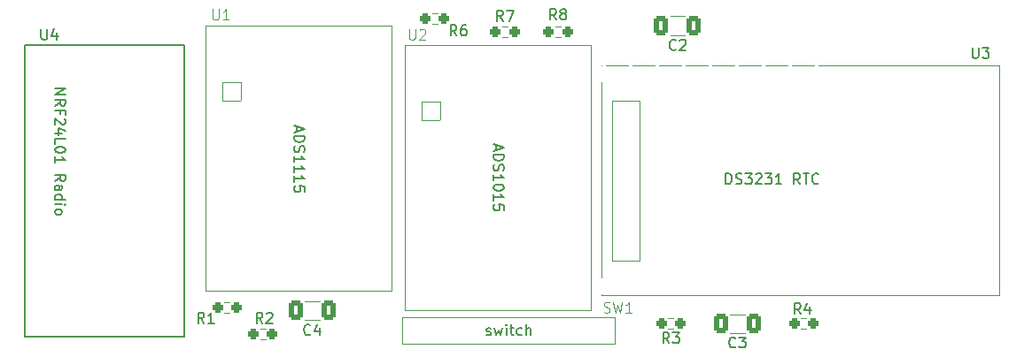
<source format=gto>
G04 #@! TF.GenerationSoftware,KiCad,Pcbnew,7.0.8*
G04 #@! TF.CreationDate,2024-01-13T09:37:12-08:00*
G04 #@! TF.ProjectId,ph-sensor,70682d73-656e-4736-9f72-2e6b69636164,rev?*
G04 #@! TF.SameCoordinates,Original*
G04 #@! TF.FileFunction,Legend,Top*
G04 #@! TF.FilePolarity,Positive*
%FSLAX46Y46*%
G04 Gerber Fmt 4.6, Leading zero omitted, Abs format (unit mm)*
G04 Created by KiCad (PCBNEW 7.0.8) date 2024-01-13 09:37:12*
%MOMM*%
%LPD*%
G01*
G04 APERTURE LIST*
G04 Aperture macros list*
%AMRoundRect*
0 Rectangle with rounded corners*
0 $1 Rounding radius*
0 $2 $3 $4 $5 $6 $7 $8 $9 X,Y pos of 4 corners*
0 Add a 4 corners polygon primitive as box body*
4,1,4,$2,$3,$4,$5,$6,$7,$8,$9,$2,$3,0*
0 Add four circle primitives for the rounded corners*
1,1,$1+$1,$2,$3*
1,1,$1+$1,$4,$5*
1,1,$1+$1,$6,$7*
1,1,$1+$1,$8,$9*
0 Add four rect primitives between the rounded corners*
20,1,$1+$1,$2,$3,$4,$5,0*
20,1,$1+$1,$4,$5,$6,$7,0*
20,1,$1+$1,$6,$7,$8,$9,0*
20,1,$1+$1,$8,$9,$2,$3,0*%
G04 Aperture macros list end*
%ADD10C,0.150000*%
%ADD11C,0.100000*%
%ADD12C,0.120000*%
%ADD13RoundRect,0.250000X-0.412500X-0.650000X0.412500X-0.650000X0.412500X0.650000X-0.412500X0.650000X0*%
%ADD14C,1.778000*%
%ADD15C,3.404000*%
%ADD16RoundRect,0.237500X0.250000X0.237500X-0.250000X0.237500X-0.250000X-0.237500X0.250000X-0.237500X0*%
%ADD17RoundRect,0.050800X-0.889000X-0.889000X0.889000X-0.889000X0.889000X0.889000X-0.889000X0.889000X0*%
%ADD18C,1.879600*%
%ADD19RoundRect,0.237500X-0.250000X-0.237500X0.250000X-0.237500X0.250000X0.237500X-0.250000X0.237500X0*%
%ADD20C,1.700000*%
%ADD21O,1.700000X1.700000*%
%ADD22R,1.700000X1.700000*%
%ADD23RoundRect,0.250000X0.412500X0.650000X-0.412500X0.650000X-0.412500X-0.650000X0.412500X-0.650000X0*%
%ADD24R,1.524000X1.524000*%
%ADD25C,1.734000*%
G04 APERTURE END LIST*
D10*
X147150895Y-79430952D02*
X147150895Y-79907142D01*
X146865180Y-79335714D02*
X147865180Y-79669047D01*
X147865180Y-79669047D02*
X146865180Y-80002380D01*
X146865180Y-80335714D02*
X147865180Y-80335714D01*
X147865180Y-80335714D02*
X147865180Y-80573809D01*
X147865180Y-80573809D02*
X147817561Y-80716666D01*
X147817561Y-80716666D02*
X147722323Y-80811904D01*
X147722323Y-80811904D02*
X147627085Y-80859523D01*
X147627085Y-80859523D02*
X147436609Y-80907142D01*
X147436609Y-80907142D02*
X147293752Y-80907142D01*
X147293752Y-80907142D02*
X147103276Y-80859523D01*
X147103276Y-80859523D02*
X147008038Y-80811904D01*
X147008038Y-80811904D02*
X146912800Y-80716666D01*
X146912800Y-80716666D02*
X146865180Y-80573809D01*
X146865180Y-80573809D02*
X146865180Y-80335714D01*
X146912800Y-81288095D02*
X146865180Y-81430952D01*
X146865180Y-81430952D02*
X146865180Y-81669047D01*
X146865180Y-81669047D02*
X146912800Y-81764285D01*
X146912800Y-81764285D02*
X146960419Y-81811904D01*
X146960419Y-81811904D02*
X147055657Y-81859523D01*
X147055657Y-81859523D02*
X147150895Y-81859523D01*
X147150895Y-81859523D02*
X147246133Y-81811904D01*
X147246133Y-81811904D02*
X147293752Y-81764285D01*
X147293752Y-81764285D02*
X147341371Y-81669047D01*
X147341371Y-81669047D02*
X147388990Y-81478571D01*
X147388990Y-81478571D02*
X147436609Y-81383333D01*
X147436609Y-81383333D02*
X147484228Y-81335714D01*
X147484228Y-81335714D02*
X147579466Y-81288095D01*
X147579466Y-81288095D02*
X147674704Y-81288095D01*
X147674704Y-81288095D02*
X147769942Y-81335714D01*
X147769942Y-81335714D02*
X147817561Y-81383333D01*
X147817561Y-81383333D02*
X147865180Y-81478571D01*
X147865180Y-81478571D02*
X147865180Y-81716666D01*
X147865180Y-81716666D02*
X147817561Y-81859523D01*
X146865180Y-82811904D02*
X146865180Y-82240476D01*
X146865180Y-82526190D02*
X147865180Y-82526190D01*
X147865180Y-82526190D02*
X147722323Y-82430952D01*
X147722323Y-82430952D02*
X147627085Y-82335714D01*
X147627085Y-82335714D02*
X147579466Y-82240476D01*
X147865180Y-83430952D02*
X147865180Y-83526190D01*
X147865180Y-83526190D02*
X147817561Y-83621428D01*
X147817561Y-83621428D02*
X147769942Y-83669047D01*
X147769942Y-83669047D02*
X147674704Y-83716666D01*
X147674704Y-83716666D02*
X147484228Y-83764285D01*
X147484228Y-83764285D02*
X147246133Y-83764285D01*
X147246133Y-83764285D02*
X147055657Y-83716666D01*
X147055657Y-83716666D02*
X146960419Y-83669047D01*
X146960419Y-83669047D02*
X146912800Y-83621428D01*
X146912800Y-83621428D02*
X146865180Y-83526190D01*
X146865180Y-83526190D02*
X146865180Y-83430952D01*
X146865180Y-83430952D02*
X146912800Y-83335714D01*
X146912800Y-83335714D02*
X146960419Y-83288095D01*
X146960419Y-83288095D02*
X147055657Y-83240476D01*
X147055657Y-83240476D02*
X147246133Y-83192857D01*
X147246133Y-83192857D02*
X147484228Y-83192857D01*
X147484228Y-83192857D02*
X147674704Y-83240476D01*
X147674704Y-83240476D02*
X147769942Y-83288095D01*
X147769942Y-83288095D02*
X147817561Y-83335714D01*
X147817561Y-83335714D02*
X147865180Y-83430952D01*
X146865180Y-84716666D02*
X146865180Y-84145238D01*
X146865180Y-84430952D02*
X147865180Y-84430952D01*
X147865180Y-84430952D02*
X147722323Y-84335714D01*
X147722323Y-84335714D02*
X147627085Y-84240476D01*
X147627085Y-84240476D02*
X147579466Y-84145238D01*
X147865180Y-85621428D02*
X147865180Y-85145238D01*
X147865180Y-85145238D02*
X147388990Y-85097619D01*
X147388990Y-85097619D02*
X147436609Y-85145238D01*
X147436609Y-85145238D02*
X147484228Y-85240476D01*
X147484228Y-85240476D02*
X147484228Y-85478571D01*
X147484228Y-85478571D02*
X147436609Y-85573809D01*
X147436609Y-85573809D02*
X147388990Y-85621428D01*
X147388990Y-85621428D02*
X147293752Y-85669047D01*
X147293752Y-85669047D02*
X147055657Y-85669047D01*
X147055657Y-85669047D02*
X146960419Y-85621428D01*
X146960419Y-85621428D02*
X146912800Y-85573809D01*
X146912800Y-85573809D02*
X146865180Y-85478571D01*
X146865180Y-85478571D02*
X146865180Y-85240476D01*
X146865180Y-85240476D02*
X146912800Y-85145238D01*
X146912800Y-85145238D02*
X146960419Y-85097619D01*
X169077238Y-83131819D02*
X169077238Y-82131819D01*
X169077238Y-82131819D02*
X169315333Y-82131819D01*
X169315333Y-82131819D02*
X169458190Y-82179438D01*
X169458190Y-82179438D02*
X169553428Y-82274676D01*
X169553428Y-82274676D02*
X169601047Y-82369914D01*
X169601047Y-82369914D02*
X169648666Y-82560390D01*
X169648666Y-82560390D02*
X169648666Y-82703247D01*
X169648666Y-82703247D02*
X169601047Y-82893723D01*
X169601047Y-82893723D02*
X169553428Y-82988961D01*
X169553428Y-82988961D02*
X169458190Y-83084200D01*
X169458190Y-83084200D02*
X169315333Y-83131819D01*
X169315333Y-83131819D02*
X169077238Y-83131819D01*
X170029619Y-83084200D02*
X170172476Y-83131819D01*
X170172476Y-83131819D02*
X170410571Y-83131819D01*
X170410571Y-83131819D02*
X170505809Y-83084200D01*
X170505809Y-83084200D02*
X170553428Y-83036580D01*
X170553428Y-83036580D02*
X170601047Y-82941342D01*
X170601047Y-82941342D02*
X170601047Y-82846104D01*
X170601047Y-82846104D02*
X170553428Y-82750866D01*
X170553428Y-82750866D02*
X170505809Y-82703247D01*
X170505809Y-82703247D02*
X170410571Y-82655628D01*
X170410571Y-82655628D02*
X170220095Y-82608009D01*
X170220095Y-82608009D02*
X170124857Y-82560390D01*
X170124857Y-82560390D02*
X170077238Y-82512771D01*
X170077238Y-82512771D02*
X170029619Y-82417533D01*
X170029619Y-82417533D02*
X170029619Y-82322295D01*
X170029619Y-82322295D02*
X170077238Y-82227057D01*
X170077238Y-82227057D02*
X170124857Y-82179438D01*
X170124857Y-82179438D02*
X170220095Y-82131819D01*
X170220095Y-82131819D02*
X170458190Y-82131819D01*
X170458190Y-82131819D02*
X170601047Y-82179438D01*
X170934381Y-82131819D02*
X171553428Y-82131819D01*
X171553428Y-82131819D02*
X171220095Y-82512771D01*
X171220095Y-82512771D02*
X171362952Y-82512771D01*
X171362952Y-82512771D02*
X171458190Y-82560390D01*
X171458190Y-82560390D02*
X171505809Y-82608009D01*
X171505809Y-82608009D02*
X171553428Y-82703247D01*
X171553428Y-82703247D02*
X171553428Y-82941342D01*
X171553428Y-82941342D02*
X171505809Y-83036580D01*
X171505809Y-83036580D02*
X171458190Y-83084200D01*
X171458190Y-83084200D02*
X171362952Y-83131819D01*
X171362952Y-83131819D02*
X171077238Y-83131819D01*
X171077238Y-83131819D02*
X170982000Y-83084200D01*
X170982000Y-83084200D02*
X170934381Y-83036580D01*
X171934381Y-82227057D02*
X171982000Y-82179438D01*
X171982000Y-82179438D02*
X172077238Y-82131819D01*
X172077238Y-82131819D02*
X172315333Y-82131819D01*
X172315333Y-82131819D02*
X172410571Y-82179438D01*
X172410571Y-82179438D02*
X172458190Y-82227057D01*
X172458190Y-82227057D02*
X172505809Y-82322295D01*
X172505809Y-82322295D02*
X172505809Y-82417533D01*
X172505809Y-82417533D02*
X172458190Y-82560390D01*
X172458190Y-82560390D02*
X171886762Y-83131819D01*
X171886762Y-83131819D02*
X172505809Y-83131819D01*
X172839143Y-82131819D02*
X173458190Y-82131819D01*
X173458190Y-82131819D02*
X173124857Y-82512771D01*
X173124857Y-82512771D02*
X173267714Y-82512771D01*
X173267714Y-82512771D02*
X173362952Y-82560390D01*
X173362952Y-82560390D02*
X173410571Y-82608009D01*
X173410571Y-82608009D02*
X173458190Y-82703247D01*
X173458190Y-82703247D02*
X173458190Y-82941342D01*
X173458190Y-82941342D02*
X173410571Y-83036580D01*
X173410571Y-83036580D02*
X173362952Y-83084200D01*
X173362952Y-83084200D02*
X173267714Y-83131819D01*
X173267714Y-83131819D02*
X172982000Y-83131819D01*
X172982000Y-83131819D02*
X172886762Y-83084200D01*
X172886762Y-83084200D02*
X172839143Y-83036580D01*
X174410571Y-83131819D02*
X173839143Y-83131819D01*
X174124857Y-83131819D02*
X174124857Y-82131819D01*
X174124857Y-82131819D02*
X174029619Y-82274676D01*
X174029619Y-82274676D02*
X173934381Y-82369914D01*
X173934381Y-82369914D02*
X173839143Y-82417533D01*
X176172476Y-83131819D02*
X175839143Y-82655628D01*
X175601048Y-83131819D02*
X175601048Y-82131819D01*
X175601048Y-82131819D02*
X175982000Y-82131819D01*
X175982000Y-82131819D02*
X176077238Y-82179438D01*
X176077238Y-82179438D02*
X176124857Y-82227057D01*
X176124857Y-82227057D02*
X176172476Y-82322295D01*
X176172476Y-82322295D02*
X176172476Y-82465152D01*
X176172476Y-82465152D02*
X176124857Y-82560390D01*
X176124857Y-82560390D02*
X176077238Y-82608009D01*
X176077238Y-82608009D02*
X175982000Y-82655628D01*
X175982000Y-82655628D02*
X175601048Y-82655628D01*
X176458191Y-82131819D02*
X177029619Y-82131819D01*
X176743905Y-83131819D02*
X176743905Y-82131819D01*
X177934381Y-83036580D02*
X177886762Y-83084200D01*
X177886762Y-83084200D02*
X177743905Y-83131819D01*
X177743905Y-83131819D02*
X177648667Y-83131819D01*
X177648667Y-83131819D02*
X177505810Y-83084200D01*
X177505810Y-83084200D02*
X177410572Y-82988961D01*
X177410572Y-82988961D02*
X177362953Y-82893723D01*
X177362953Y-82893723D02*
X177315334Y-82703247D01*
X177315334Y-82703247D02*
X177315334Y-82560390D01*
X177315334Y-82560390D02*
X177362953Y-82369914D01*
X177362953Y-82369914D02*
X177410572Y-82274676D01*
X177410572Y-82274676D02*
X177505810Y-82179438D01*
X177505810Y-82179438D02*
X177648667Y-82131819D01*
X177648667Y-82131819D02*
X177743905Y-82131819D01*
X177743905Y-82131819D02*
X177886762Y-82179438D01*
X177886762Y-82179438D02*
X177934381Y-82227057D01*
X104955180Y-74010000D02*
X105955180Y-74010000D01*
X105955180Y-74010000D02*
X104955180Y-74581428D01*
X104955180Y-74581428D02*
X105955180Y-74581428D01*
X104955180Y-75629047D02*
X105431371Y-75295714D01*
X104955180Y-75057619D02*
X105955180Y-75057619D01*
X105955180Y-75057619D02*
X105955180Y-75438571D01*
X105955180Y-75438571D02*
X105907561Y-75533809D01*
X105907561Y-75533809D02*
X105859942Y-75581428D01*
X105859942Y-75581428D02*
X105764704Y-75629047D01*
X105764704Y-75629047D02*
X105621847Y-75629047D01*
X105621847Y-75629047D02*
X105526609Y-75581428D01*
X105526609Y-75581428D02*
X105478990Y-75533809D01*
X105478990Y-75533809D02*
X105431371Y-75438571D01*
X105431371Y-75438571D02*
X105431371Y-75057619D01*
X105478990Y-76390952D02*
X105478990Y-76057619D01*
X104955180Y-76057619D02*
X105955180Y-76057619D01*
X105955180Y-76057619D02*
X105955180Y-76533809D01*
X105859942Y-76867143D02*
X105907561Y-76914762D01*
X105907561Y-76914762D02*
X105955180Y-77010000D01*
X105955180Y-77010000D02*
X105955180Y-77248095D01*
X105955180Y-77248095D02*
X105907561Y-77343333D01*
X105907561Y-77343333D02*
X105859942Y-77390952D01*
X105859942Y-77390952D02*
X105764704Y-77438571D01*
X105764704Y-77438571D02*
X105669466Y-77438571D01*
X105669466Y-77438571D02*
X105526609Y-77390952D01*
X105526609Y-77390952D02*
X104955180Y-76819524D01*
X104955180Y-76819524D02*
X104955180Y-77438571D01*
X105621847Y-78295714D02*
X104955180Y-78295714D01*
X106002800Y-78057619D02*
X105288514Y-77819524D01*
X105288514Y-77819524D02*
X105288514Y-78438571D01*
X104955180Y-79295714D02*
X104955180Y-78819524D01*
X104955180Y-78819524D02*
X105955180Y-78819524D01*
X105955180Y-79819524D02*
X105955180Y-79914762D01*
X105955180Y-79914762D02*
X105907561Y-80010000D01*
X105907561Y-80010000D02*
X105859942Y-80057619D01*
X105859942Y-80057619D02*
X105764704Y-80105238D01*
X105764704Y-80105238D02*
X105574228Y-80152857D01*
X105574228Y-80152857D02*
X105336133Y-80152857D01*
X105336133Y-80152857D02*
X105145657Y-80105238D01*
X105145657Y-80105238D02*
X105050419Y-80057619D01*
X105050419Y-80057619D02*
X105002800Y-80010000D01*
X105002800Y-80010000D02*
X104955180Y-79914762D01*
X104955180Y-79914762D02*
X104955180Y-79819524D01*
X104955180Y-79819524D02*
X105002800Y-79724286D01*
X105002800Y-79724286D02*
X105050419Y-79676667D01*
X105050419Y-79676667D02*
X105145657Y-79629048D01*
X105145657Y-79629048D02*
X105336133Y-79581429D01*
X105336133Y-79581429D02*
X105574228Y-79581429D01*
X105574228Y-79581429D02*
X105764704Y-79629048D01*
X105764704Y-79629048D02*
X105859942Y-79676667D01*
X105859942Y-79676667D02*
X105907561Y-79724286D01*
X105907561Y-79724286D02*
X105955180Y-79819524D01*
X104955180Y-81105238D02*
X104955180Y-80533810D01*
X104955180Y-80819524D02*
X105955180Y-80819524D01*
X105955180Y-80819524D02*
X105812323Y-80724286D01*
X105812323Y-80724286D02*
X105717085Y-80629048D01*
X105717085Y-80629048D02*
X105669466Y-80533810D01*
X104955180Y-82867143D02*
X105431371Y-82533810D01*
X104955180Y-82295715D02*
X105955180Y-82295715D01*
X105955180Y-82295715D02*
X105955180Y-82676667D01*
X105955180Y-82676667D02*
X105907561Y-82771905D01*
X105907561Y-82771905D02*
X105859942Y-82819524D01*
X105859942Y-82819524D02*
X105764704Y-82867143D01*
X105764704Y-82867143D02*
X105621847Y-82867143D01*
X105621847Y-82867143D02*
X105526609Y-82819524D01*
X105526609Y-82819524D02*
X105478990Y-82771905D01*
X105478990Y-82771905D02*
X105431371Y-82676667D01*
X105431371Y-82676667D02*
X105431371Y-82295715D01*
X104955180Y-83724286D02*
X105478990Y-83724286D01*
X105478990Y-83724286D02*
X105574228Y-83676667D01*
X105574228Y-83676667D02*
X105621847Y-83581429D01*
X105621847Y-83581429D02*
X105621847Y-83390953D01*
X105621847Y-83390953D02*
X105574228Y-83295715D01*
X105002800Y-83724286D02*
X104955180Y-83629048D01*
X104955180Y-83629048D02*
X104955180Y-83390953D01*
X104955180Y-83390953D02*
X105002800Y-83295715D01*
X105002800Y-83295715D02*
X105098038Y-83248096D01*
X105098038Y-83248096D02*
X105193276Y-83248096D01*
X105193276Y-83248096D02*
X105288514Y-83295715D01*
X105288514Y-83295715D02*
X105336133Y-83390953D01*
X105336133Y-83390953D02*
X105336133Y-83629048D01*
X105336133Y-83629048D02*
X105383752Y-83724286D01*
X104955180Y-84629048D02*
X105955180Y-84629048D01*
X105002800Y-84629048D02*
X104955180Y-84533810D01*
X104955180Y-84533810D02*
X104955180Y-84343334D01*
X104955180Y-84343334D02*
X105002800Y-84248096D01*
X105002800Y-84248096D02*
X105050419Y-84200477D01*
X105050419Y-84200477D02*
X105145657Y-84152858D01*
X105145657Y-84152858D02*
X105431371Y-84152858D01*
X105431371Y-84152858D02*
X105526609Y-84200477D01*
X105526609Y-84200477D02*
X105574228Y-84248096D01*
X105574228Y-84248096D02*
X105621847Y-84343334D01*
X105621847Y-84343334D02*
X105621847Y-84533810D01*
X105621847Y-84533810D02*
X105574228Y-84629048D01*
X104955180Y-85105239D02*
X105621847Y-85105239D01*
X105955180Y-85105239D02*
X105907561Y-85057620D01*
X105907561Y-85057620D02*
X105859942Y-85105239D01*
X105859942Y-85105239D02*
X105907561Y-85152858D01*
X105907561Y-85152858D02*
X105955180Y-85105239D01*
X105955180Y-85105239D02*
X105859942Y-85105239D01*
X104955180Y-85724286D02*
X105002800Y-85629048D01*
X105002800Y-85629048D02*
X105050419Y-85581429D01*
X105050419Y-85581429D02*
X105145657Y-85533810D01*
X105145657Y-85533810D02*
X105431371Y-85533810D01*
X105431371Y-85533810D02*
X105526609Y-85581429D01*
X105526609Y-85581429D02*
X105574228Y-85629048D01*
X105574228Y-85629048D02*
X105621847Y-85724286D01*
X105621847Y-85724286D02*
X105621847Y-85867143D01*
X105621847Y-85867143D02*
X105574228Y-85962381D01*
X105574228Y-85962381D02*
X105526609Y-86010000D01*
X105526609Y-86010000D02*
X105431371Y-86057619D01*
X105431371Y-86057619D02*
X105145657Y-86057619D01*
X105145657Y-86057619D02*
X105050419Y-86010000D01*
X105050419Y-86010000D02*
X105002800Y-85962381D01*
X105002800Y-85962381D02*
X104955180Y-85867143D01*
X104955180Y-85867143D02*
X104955180Y-85724286D01*
X128100895Y-77652952D02*
X128100895Y-78129142D01*
X127815180Y-77557714D02*
X128815180Y-77891047D01*
X128815180Y-77891047D02*
X127815180Y-78224380D01*
X127815180Y-78557714D02*
X128815180Y-78557714D01*
X128815180Y-78557714D02*
X128815180Y-78795809D01*
X128815180Y-78795809D02*
X128767561Y-78938666D01*
X128767561Y-78938666D02*
X128672323Y-79033904D01*
X128672323Y-79033904D02*
X128577085Y-79081523D01*
X128577085Y-79081523D02*
X128386609Y-79129142D01*
X128386609Y-79129142D02*
X128243752Y-79129142D01*
X128243752Y-79129142D02*
X128053276Y-79081523D01*
X128053276Y-79081523D02*
X127958038Y-79033904D01*
X127958038Y-79033904D02*
X127862800Y-78938666D01*
X127862800Y-78938666D02*
X127815180Y-78795809D01*
X127815180Y-78795809D02*
X127815180Y-78557714D01*
X127862800Y-79510095D02*
X127815180Y-79652952D01*
X127815180Y-79652952D02*
X127815180Y-79891047D01*
X127815180Y-79891047D02*
X127862800Y-79986285D01*
X127862800Y-79986285D02*
X127910419Y-80033904D01*
X127910419Y-80033904D02*
X128005657Y-80081523D01*
X128005657Y-80081523D02*
X128100895Y-80081523D01*
X128100895Y-80081523D02*
X128196133Y-80033904D01*
X128196133Y-80033904D02*
X128243752Y-79986285D01*
X128243752Y-79986285D02*
X128291371Y-79891047D01*
X128291371Y-79891047D02*
X128338990Y-79700571D01*
X128338990Y-79700571D02*
X128386609Y-79605333D01*
X128386609Y-79605333D02*
X128434228Y-79557714D01*
X128434228Y-79557714D02*
X128529466Y-79510095D01*
X128529466Y-79510095D02*
X128624704Y-79510095D01*
X128624704Y-79510095D02*
X128719942Y-79557714D01*
X128719942Y-79557714D02*
X128767561Y-79605333D01*
X128767561Y-79605333D02*
X128815180Y-79700571D01*
X128815180Y-79700571D02*
X128815180Y-79938666D01*
X128815180Y-79938666D02*
X128767561Y-80081523D01*
X127815180Y-81033904D02*
X127815180Y-80462476D01*
X127815180Y-80748190D02*
X128815180Y-80748190D01*
X128815180Y-80748190D02*
X128672323Y-80652952D01*
X128672323Y-80652952D02*
X128577085Y-80557714D01*
X128577085Y-80557714D02*
X128529466Y-80462476D01*
X127815180Y-81986285D02*
X127815180Y-81414857D01*
X127815180Y-81700571D02*
X128815180Y-81700571D01*
X128815180Y-81700571D02*
X128672323Y-81605333D01*
X128672323Y-81605333D02*
X128577085Y-81510095D01*
X128577085Y-81510095D02*
X128529466Y-81414857D01*
X127815180Y-82938666D02*
X127815180Y-82367238D01*
X127815180Y-82652952D02*
X128815180Y-82652952D01*
X128815180Y-82652952D02*
X128672323Y-82557714D01*
X128672323Y-82557714D02*
X128577085Y-82462476D01*
X128577085Y-82462476D02*
X128529466Y-82367238D01*
X128815180Y-83843428D02*
X128815180Y-83367238D01*
X128815180Y-83367238D02*
X128338990Y-83319619D01*
X128338990Y-83319619D02*
X128386609Y-83367238D01*
X128386609Y-83367238D02*
X128434228Y-83462476D01*
X128434228Y-83462476D02*
X128434228Y-83700571D01*
X128434228Y-83700571D02*
X128386609Y-83795809D01*
X128386609Y-83795809D02*
X128338990Y-83843428D01*
X128338990Y-83843428D02*
X128243752Y-83891047D01*
X128243752Y-83891047D02*
X128005657Y-83891047D01*
X128005657Y-83891047D02*
X127910419Y-83843428D01*
X127910419Y-83843428D02*
X127862800Y-83795809D01*
X127862800Y-83795809D02*
X127815180Y-83700571D01*
X127815180Y-83700571D02*
X127815180Y-83462476D01*
X127815180Y-83462476D02*
X127862800Y-83367238D01*
X127862800Y-83367238D02*
X127910419Y-83319619D01*
X146193143Y-97562200D02*
X146288381Y-97609819D01*
X146288381Y-97609819D02*
X146478857Y-97609819D01*
X146478857Y-97609819D02*
X146574095Y-97562200D01*
X146574095Y-97562200D02*
X146621714Y-97466961D01*
X146621714Y-97466961D02*
X146621714Y-97419342D01*
X146621714Y-97419342D02*
X146574095Y-97324104D01*
X146574095Y-97324104D02*
X146478857Y-97276485D01*
X146478857Y-97276485D02*
X146336000Y-97276485D01*
X146336000Y-97276485D02*
X146240762Y-97228866D01*
X146240762Y-97228866D02*
X146193143Y-97133628D01*
X146193143Y-97133628D02*
X146193143Y-97086009D01*
X146193143Y-97086009D02*
X146240762Y-96990771D01*
X146240762Y-96990771D02*
X146336000Y-96943152D01*
X146336000Y-96943152D02*
X146478857Y-96943152D01*
X146478857Y-96943152D02*
X146574095Y-96990771D01*
X146955048Y-96943152D02*
X147145524Y-97609819D01*
X147145524Y-97609819D02*
X147336000Y-97133628D01*
X147336000Y-97133628D02*
X147526476Y-97609819D01*
X147526476Y-97609819D02*
X147716952Y-96943152D01*
X148097905Y-97609819D02*
X148097905Y-96943152D01*
X148097905Y-96609819D02*
X148050286Y-96657438D01*
X148050286Y-96657438D02*
X148097905Y-96705057D01*
X148097905Y-96705057D02*
X148145524Y-96657438D01*
X148145524Y-96657438D02*
X148097905Y-96609819D01*
X148097905Y-96609819D02*
X148097905Y-96705057D01*
X148431238Y-96943152D02*
X148812190Y-96943152D01*
X148574095Y-96609819D02*
X148574095Y-97466961D01*
X148574095Y-97466961D02*
X148621714Y-97562200D01*
X148621714Y-97562200D02*
X148716952Y-97609819D01*
X148716952Y-97609819D02*
X148812190Y-97609819D01*
X149574095Y-97562200D02*
X149478857Y-97609819D01*
X149478857Y-97609819D02*
X149288381Y-97609819D01*
X149288381Y-97609819D02*
X149193143Y-97562200D01*
X149193143Y-97562200D02*
X149145524Y-97514580D01*
X149145524Y-97514580D02*
X149097905Y-97419342D01*
X149097905Y-97419342D02*
X149097905Y-97133628D01*
X149097905Y-97133628D02*
X149145524Y-97038390D01*
X149145524Y-97038390D02*
X149193143Y-96990771D01*
X149193143Y-96990771D02*
X149288381Y-96943152D01*
X149288381Y-96943152D02*
X149478857Y-96943152D01*
X149478857Y-96943152D02*
X149574095Y-96990771D01*
X150002667Y-97609819D02*
X150002667Y-96609819D01*
X150431238Y-97609819D02*
X150431238Y-97086009D01*
X150431238Y-97086009D02*
X150383619Y-96990771D01*
X150383619Y-96990771D02*
X150288381Y-96943152D01*
X150288381Y-96943152D02*
X150145524Y-96943152D01*
X150145524Y-96943152D02*
X150050286Y-96990771D01*
X150050286Y-96990771D02*
X150002667Y-97038390D01*
X129373333Y-97514580D02*
X129325714Y-97562200D01*
X129325714Y-97562200D02*
X129182857Y-97609819D01*
X129182857Y-97609819D02*
X129087619Y-97609819D01*
X129087619Y-97609819D02*
X128944762Y-97562200D01*
X128944762Y-97562200D02*
X128849524Y-97466961D01*
X128849524Y-97466961D02*
X128801905Y-97371723D01*
X128801905Y-97371723D02*
X128754286Y-97181247D01*
X128754286Y-97181247D02*
X128754286Y-97038390D01*
X128754286Y-97038390D02*
X128801905Y-96847914D01*
X128801905Y-96847914D02*
X128849524Y-96752676D01*
X128849524Y-96752676D02*
X128944762Y-96657438D01*
X128944762Y-96657438D02*
X129087619Y-96609819D01*
X129087619Y-96609819D02*
X129182857Y-96609819D01*
X129182857Y-96609819D02*
X129325714Y-96657438D01*
X129325714Y-96657438D02*
X129373333Y-96705057D01*
X130230476Y-96943152D02*
X130230476Y-97609819D01*
X129992381Y-96562200D02*
X129754286Y-97276485D01*
X129754286Y-97276485D02*
X130373333Y-97276485D01*
D11*
X157416667Y-95405800D02*
X157559524Y-95453419D01*
X157559524Y-95453419D02*
X157797619Y-95453419D01*
X157797619Y-95453419D02*
X157892857Y-95405800D01*
X157892857Y-95405800D02*
X157940476Y-95358180D01*
X157940476Y-95358180D02*
X157988095Y-95262942D01*
X157988095Y-95262942D02*
X157988095Y-95167704D01*
X157988095Y-95167704D02*
X157940476Y-95072466D01*
X157940476Y-95072466D02*
X157892857Y-95024847D01*
X157892857Y-95024847D02*
X157797619Y-94977228D01*
X157797619Y-94977228D02*
X157607143Y-94929609D01*
X157607143Y-94929609D02*
X157511905Y-94881990D01*
X157511905Y-94881990D02*
X157464286Y-94834371D01*
X157464286Y-94834371D02*
X157416667Y-94739133D01*
X157416667Y-94739133D02*
X157416667Y-94643895D01*
X157416667Y-94643895D02*
X157464286Y-94548657D01*
X157464286Y-94548657D02*
X157511905Y-94501038D01*
X157511905Y-94501038D02*
X157607143Y-94453419D01*
X157607143Y-94453419D02*
X157845238Y-94453419D01*
X157845238Y-94453419D02*
X157988095Y-94501038D01*
X158321429Y-94453419D02*
X158559524Y-95453419D01*
X158559524Y-95453419D02*
X158750000Y-94739133D01*
X158750000Y-94739133D02*
X158940476Y-95453419D01*
X158940476Y-95453419D02*
X159178572Y-94453419D01*
X160083333Y-95453419D02*
X159511905Y-95453419D01*
X159797619Y-95453419D02*
X159797619Y-94453419D01*
X159797619Y-94453419D02*
X159702381Y-94596276D01*
X159702381Y-94596276D02*
X159607143Y-94691514D01*
X159607143Y-94691514D02*
X159511905Y-94739133D01*
D10*
X176236333Y-95577819D02*
X175903000Y-95101628D01*
X175664905Y-95577819D02*
X175664905Y-94577819D01*
X175664905Y-94577819D02*
X176045857Y-94577819D01*
X176045857Y-94577819D02*
X176141095Y-94625438D01*
X176141095Y-94625438D02*
X176188714Y-94673057D01*
X176188714Y-94673057D02*
X176236333Y-94768295D01*
X176236333Y-94768295D02*
X176236333Y-94911152D01*
X176236333Y-94911152D02*
X176188714Y-95006390D01*
X176188714Y-95006390D02*
X176141095Y-95054009D01*
X176141095Y-95054009D02*
X176045857Y-95101628D01*
X176045857Y-95101628D02*
X175664905Y-95101628D01*
X177093476Y-94911152D02*
X177093476Y-95577819D01*
X176855381Y-94530200D02*
X176617286Y-95244485D01*
X176617286Y-95244485D02*
X177236333Y-95244485D01*
D11*
X120015095Y-66386419D02*
X120015095Y-67195942D01*
X120015095Y-67195942D02*
X120062714Y-67291180D01*
X120062714Y-67291180D02*
X120110333Y-67338800D01*
X120110333Y-67338800D02*
X120205571Y-67386419D01*
X120205571Y-67386419D02*
X120396047Y-67386419D01*
X120396047Y-67386419D02*
X120491285Y-67338800D01*
X120491285Y-67338800D02*
X120538904Y-67291180D01*
X120538904Y-67291180D02*
X120586523Y-67195942D01*
X120586523Y-67195942D02*
X120586523Y-66386419D01*
X121586523Y-67386419D02*
X121015095Y-67386419D01*
X121300809Y-67386419D02*
X121300809Y-66386419D01*
X121300809Y-66386419D02*
X121205571Y-66529276D01*
X121205571Y-66529276D02*
X121110333Y-66624514D01*
X121110333Y-66624514D02*
X121015095Y-66672133D01*
D10*
X152868333Y-67383819D02*
X152535000Y-66907628D01*
X152296905Y-67383819D02*
X152296905Y-66383819D01*
X152296905Y-66383819D02*
X152677857Y-66383819D01*
X152677857Y-66383819D02*
X152773095Y-66431438D01*
X152773095Y-66431438D02*
X152820714Y-66479057D01*
X152820714Y-66479057D02*
X152868333Y-66574295D01*
X152868333Y-66574295D02*
X152868333Y-66717152D01*
X152868333Y-66717152D02*
X152820714Y-66812390D01*
X152820714Y-66812390D02*
X152773095Y-66860009D01*
X152773095Y-66860009D02*
X152677857Y-66907628D01*
X152677857Y-66907628D02*
X152296905Y-66907628D01*
X153439762Y-66812390D02*
X153344524Y-66764771D01*
X153344524Y-66764771D02*
X153296905Y-66717152D01*
X153296905Y-66717152D02*
X153249286Y-66621914D01*
X153249286Y-66621914D02*
X153249286Y-66574295D01*
X153249286Y-66574295D02*
X153296905Y-66479057D01*
X153296905Y-66479057D02*
X153344524Y-66431438D01*
X153344524Y-66431438D02*
X153439762Y-66383819D01*
X153439762Y-66383819D02*
X153630238Y-66383819D01*
X153630238Y-66383819D02*
X153725476Y-66431438D01*
X153725476Y-66431438D02*
X153773095Y-66479057D01*
X153773095Y-66479057D02*
X153820714Y-66574295D01*
X153820714Y-66574295D02*
X153820714Y-66621914D01*
X153820714Y-66621914D02*
X153773095Y-66717152D01*
X153773095Y-66717152D02*
X153725476Y-66764771D01*
X153725476Y-66764771D02*
X153630238Y-66812390D01*
X153630238Y-66812390D02*
X153439762Y-66812390D01*
X153439762Y-66812390D02*
X153344524Y-66860009D01*
X153344524Y-66860009D02*
X153296905Y-66907628D01*
X153296905Y-66907628D02*
X153249286Y-67002866D01*
X153249286Y-67002866D02*
X153249286Y-67193342D01*
X153249286Y-67193342D02*
X153296905Y-67288580D01*
X153296905Y-67288580D02*
X153344524Y-67336200D01*
X153344524Y-67336200D02*
X153439762Y-67383819D01*
X153439762Y-67383819D02*
X153630238Y-67383819D01*
X153630238Y-67383819D02*
X153725476Y-67336200D01*
X153725476Y-67336200D02*
X153773095Y-67288580D01*
X153773095Y-67288580D02*
X153820714Y-67193342D01*
X153820714Y-67193342D02*
X153820714Y-67002866D01*
X153820714Y-67002866D02*
X153773095Y-66907628D01*
X153773095Y-66907628D02*
X153725476Y-66860009D01*
X153725476Y-66860009D02*
X153630238Y-66812390D01*
X164298333Y-70209580D02*
X164250714Y-70257200D01*
X164250714Y-70257200D02*
X164107857Y-70304819D01*
X164107857Y-70304819D02*
X164012619Y-70304819D01*
X164012619Y-70304819D02*
X163869762Y-70257200D01*
X163869762Y-70257200D02*
X163774524Y-70161961D01*
X163774524Y-70161961D02*
X163726905Y-70066723D01*
X163726905Y-70066723D02*
X163679286Y-69876247D01*
X163679286Y-69876247D02*
X163679286Y-69733390D01*
X163679286Y-69733390D02*
X163726905Y-69542914D01*
X163726905Y-69542914D02*
X163774524Y-69447676D01*
X163774524Y-69447676D02*
X163869762Y-69352438D01*
X163869762Y-69352438D02*
X164012619Y-69304819D01*
X164012619Y-69304819D02*
X164107857Y-69304819D01*
X164107857Y-69304819D02*
X164250714Y-69352438D01*
X164250714Y-69352438D02*
X164298333Y-69400057D01*
X164679286Y-69400057D02*
X164726905Y-69352438D01*
X164726905Y-69352438D02*
X164822143Y-69304819D01*
X164822143Y-69304819D02*
X165060238Y-69304819D01*
X165060238Y-69304819D02*
X165155476Y-69352438D01*
X165155476Y-69352438D02*
X165203095Y-69400057D01*
X165203095Y-69400057D02*
X165250714Y-69495295D01*
X165250714Y-69495295D02*
X165250714Y-69590533D01*
X165250714Y-69590533D02*
X165203095Y-69733390D01*
X165203095Y-69733390D02*
X164631667Y-70304819D01*
X164631667Y-70304819D02*
X165250714Y-70304819D01*
X163663333Y-98371819D02*
X163330000Y-97895628D01*
X163091905Y-98371819D02*
X163091905Y-97371819D01*
X163091905Y-97371819D02*
X163472857Y-97371819D01*
X163472857Y-97371819D02*
X163568095Y-97419438D01*
X163568095Y-97419438D02*
X163615714Y-97467057D01*
X163615714Y-97467057D02*
X163663333Y-97562295D01*
X163663333Y-97562295D02*
X163663333Y-97705152D01*
X163663333Y-97705152D02*
X163615714Y-97800390D01*
X163615714Y-97800390D02*
X163568095Y-97848009D01*
X163568095Y-97848009D02*
X163472857Y-97895628D01*
X163472857Y-97895628D02*
X163091905Y-97895628D01*
X163996667Y-97371819D02*
X164615714Y-97371819D01*
X164615714Y-97371819D02*
X164282381Y-97752771D01*
X164282381Y-97752771D02*
X164425238Y-97752771D01*
X164425238Y-97752771D02*
X164520476Y-97800390D01*
X164520476Y-97800390D02*
X164568095Y-97848009D01*
X164568095Y-97848009D02*
X164615714Y-97943247D01*
X164615714Y-97943247D02*
X164615714Y-98181342D01*
X164615714Y-98181342D02*
X164568095Y-98276580D01*
X164568095Y-98276580D02*
X164520476Y-98324200D01*
X164520476Y-98324200D02*
X164425238Y-98371819D01*
X164425238Y-98371819D02*
X164139524Y-98371819D01*
X164139524Y-98371819D02*
X164044286Y-98324200D01*
X164044286Y-98324200D02*
X163996667Y-98276580D01*
X192659095Y-70066819D02*
X192659095Y-70876342D01*
X192659095Y-70876342D02*
X192706714Y-70971580D01*
X192706714Y-70971580D02*
X192754333Y-71019200D01*
X192754333Y-71019200D02*
X192849571Y-71066819D01*
X192849571Y-71066819D02*
X193040047Y-71066819D01*
X193040047Y-71066819D02*
X193135285Y-71019200D01*
X193135285Y-71019200D02*
X193182904Y-70971580D01*
X193182904Y-70971580D02*
X193230523Y-70876342D01*
X193230523Y-70876342D02*
X193230523Y-70066819D01*
X193611476Y-70066819D02*
X194230523Y-70066819D01*
X194230523Y-70066819D02*
X193897190Y-70447771D01*
X193897190Y-70447771D02*
X194040047Y-70447771D01*
X194040047Y-70447771D02*
X194135285Y-70495390D01*
X194135285Y-70495390D02*
X194182904Y-70543009D01*
X194182904Y-70543009D02*
X194230523Y-70638247D01*
X194230523Y-70638247D02*
X194230523Y-70876342D01*
X194230523Y-70876342D02*
X194182904Y-70971580D01*
X194182904Y-70971580D02*
X194135285Y-71019200D01*
X194135285Y-71019200D02*
X194040047Y-71066819D01*
X194040047Y-71066819D02*
X193754333Y-71066819D01*
X193754333Y-71066819D02*
X193659095Y-71019200D01*
X193659095Y-71019200D02*
X193611476Y-70971580D01*
D11*
X138811095Y-68291419D02*
X138811095Y-69100942D01*
X138811095Y-69100942D02*
X138858714Y-69196180D01*
X138858714Y-69196180D02*
X138906333Y-69243800D01*
X138906333Y-69243800D02*
X139001571Y-69291419D01*
X139001571Y-69291419D02*
X139192047Y-69291419D01*
X139192047Y-69291419D02*
X139287285Y-69243800D01*
X139287285Y-69243800D02*
X139334904Y-69196180D01*
X139334904Y-69196180D02*
X139382523Y-69100942D01*
X139382523Y-69100942D02*
X139382523Y-68291419D01*
X139811095Y-68386657D02*
X139858714Y-68339038D01*
X139858714Y-68339038D02*
X139953952Y-68291419D01*
X139953952Y-68291419D02*
X140192047Y-68291419D01*
X140192047Y-68291419D02*
X140287285Y-68339038D01*
X140287285Y-68339038D02*
X140334904Y-68386657D01*
X140334904Y-68386657D02*
X140382523Y-68481895D01*
X140382523Y-68481895D02*
X140382523Y-68577133D01*
X140382523Y-68577133D02*
X140334904Y-68719990D01*
X140334904Y-68719990D02*
X139763476Y-69291419D01*
X139763476Y-69291419D02*
X140382523Y-69291419D01*
D10*
X119213333Y-96466819D02*
X118880000Y-95990628D01*
X118641905Y-96466819D02*
X118641905Y-95466819D01*
X118641905Y-95466819D02*
X119022857Y-95466819D01*
X119022857Y-95466819D02*
X119118095Y-95514438D01*
X119118095Y-95514438D02*
X119165714Y-95562057D01*
X119165714Y-95562057D02*
X119213333Y-95657295D01*
X119213333Y-95657295D02*
X119213333Y-95800152D01*
X119213333Y-95800152D02*
X119165714Y-95895390D01*
X119165714Y-95895390D02*
X119118095Y-95943009D01*
X119118095Y-95943009D02*
X119022857Y-95990628D01*
X119022857Y-95990628D02*
X118641905Y-95990628D01*
X120165714Y-96466819D02*
X119594286Y-96466819D01*
X119880000Y-96466819D02*
X119880000Y-95466819D01*
X119880000Y-95466819D02*
X119784762Y-95609676D01*
X119784762Y-95609676D02*
X119689524Y-95704914D01*
X119689524Y-95704914D02*
X119594286Y-95752533D01*
X170013333Y-98729580D02*
X169965714Y-98777200D01*
X169965714Y-98777200D02*
X169822857Y-98824819D01*
X169822857Y-98824819D02*
X169727619Y-98824819D01*
X169727619Y-98824819D02*
X169584762Y-98777200D01*
X169584762Y-98777200D02*
X169489524Y-98681961D01*
X169489524Y-98681961D02*
X169441905Y-98586723D01*
X169441905Y-98586723D02*
X169394286Y-98396247D01*
X169394286Y-98396247D02*
X169394286Y-98253390D01*
X169394286Y-98253390D02*
X169441905Y-98062914D01*
X169441905Y-98062914D02*
X169489524Y-97967676D01*
X169489524Y-97967676D02*
X169584762Y-97872438D01*
X169584762Y-97872438D02*
X169727619Y-97824819D01*
X169727619Y-97824819D02*
X169822857Y-97824819D01*
X169822857Y-97824819D02*
X169965714Y-97872438D01*
X169965714Y-97872438D02*
X170013333Y-97920057D01*
X170346667Y-97824819D02*
X170965714Y-97824819D01*
X170965714Y-97824819D02*
X170632381Y-98205771D01*
X170632381Y-98205771D02*
X170775238Y-98205771D01*
X170775238Y-98205771D02*
X170870476Y-98253390D01*
X170870476Y-98253390D02*
X170918095Y-98301009D01*
X170918095Y-98301009D02*
X170965714Y-98396247D01*
X170965714Y-98396247D02*
X170965714Y-98634342D01*
X170965714Y-98634342D02*
X170918095Y-98729580D01*
X170918095Y-98729580D02*
X170870476Y-98777200D01*
X170870476Y-98777200D02*
X170775238Y-98824819D01*
X170775238Y-98824819D02*
X170489524Y-98824819D01*
X170489524Y-98824819D02*
X170394286Y-98777200D01*
X170394286Y-98777200D02*
X170346667Y-98729580D01*
X147788333Y-67510819D02*
X147455000Y-67034628D01*
X147216905Y-67510819D02*
X147216905Y-66510819D01*
X147216905Y-66510819D02*
X147597857Y-66510819D01*
X147597857Y-66510819D02*
X147693095Y-66558438D01*
X147693095Y-66558438D02*
X147740714Y-66606057D01*
X147740714Y-66606057D02*
X147788333Y-66701295D01*
X147788333Y-66701295D02*
X147788333Y-66844152D01*
X147788333Y-66844152D02*
X147740714Y-66939390D01*
X147740714Y-66939390D02*
X147693095Y-66987009D01*
X147693095Y-66987009D02*
X147597857Y-67034628D01*
X147597857Y-67034628D02*
X147216905Y-67034628D01*
X148121667Y-66510819D02*
X148788333Y-66510819D01*
X148788333Y-66510819D02*
X148359762Y-67510819D01*
X124801333Y-96466819D02*
X124468000Y-95990628D01*
X124229905Y-96466819D02*
X124229905Y-95466819D01*
X124229905Y-95466819D02*
X124610857Y-95466819D01*
X124610857Y-95466819D02*
X124706095Y-95514438D01*
X124706095Y-95514438D02*
X124753714Y-95562057D01*
X124753714Y-95562057D02*
X124801333Y-95657295D01*
X124801333Y-95657295D02*
X124801333Y-95800152D01*
X124801333Y-95800152D02*
X124753714Y-95895390D01*
X124753714Y-95895390D02*
X124706095Y-95943009D01*
X124706095Y-95943009D02*
X124610857Y-95990628D01*
X124610857Y-95990628D02*
X124229905Y-95990628D01*
X125182286Y-95562057D02*
X125229905Y-95514438D01*
X125229905Y-95514438D02*
X125325143Y-95466819D01*
X125325143Y-95466819D02*
X125563238Y-95466819D01*
X125563238Y-95466819D02*
X125658476Y-95514438D01*
X125658476Y-95514438D02*
X125706095Y-95562057D01*
X125706095Y-95562057D02*
X125753714Y-95657295D01*
X125753714Y-95657295D02*
X125753714Y-95752533D01*
X125753714Y-95752533D02*
X125706095Y-95895390D01*
X125706095Y-95895390D02*
X125134667Y-96466819D01*
X125134667Y-96466819D02*
X125753714Y-96466819D01*
X103632095Y-68288819D02*
X103632095Y-69098342D01*
X103632095Y-69098342D02*
X103679714Y-69193580D01*
X103679714Y-69193580D02*
X103727333Y-69241200D01*
X103727333Y-69241200D02*
X103822571Y-69288819D01*
X103822571Y-69288819D02*
X104013047Y-69288819D01*
X104013047Y-69288819D02*
X104108285Y-69241200D01*
X104108285Y-69241200D02*
X104155904Y-69193580D01*
X104155904Y-69193580D02*
X104203523Y-69098342D01*
X104203523Y-69098342D02*
X104203523Y-68288819D01*
X105108285Y-68622152D02*
X105108285Y-69288819D01*
X104870190Y-68241200D02*
X104632095Y-68955485D01*
X104632095Y-68955485D02*
X105251142Y-68955485D01*
X143343333Y-68907819D02*
X143010000Y-68431628D01*
X142771905Y-68907819D02*
X142771905Y-67907819D01*
X142771905Y-67907819D02*
X143152857Y-67907819D01*
X143152857Y-67907819D02*
X143248095Y-67955438D01*
X143248095Y-67955438D02*
X143295714Y-68003057D01*
X143295714Y-68003057D02*
X143343333Y-68098295D01*
X143343333Y-68098295D02*
X143343333Y-68241152D01*
X143343333Y-68241152D02*
X143295714Y-68336390D01*
X143295714Y-68336390D02*
X143248095Y-68384009D01*
X143248095Y-68384009D02*
X143152857Y-68431628D01*
X143152857Y-68431628D02*
X142771905Y-68431628D01*
X144200476Y-67907819D02*
X144010000Y-67907819D01*
X144010000Y-67907819D02*
X143914762Y-67955438D01*
X143914762Y-67955438D02*
X143867143Y-68003057D01*
X143867143Y-68003057D02*
X143771905Y-68145914D01*
X143771905Y-68145914D02*
X143724286Y-68336390D01*
X143724286Y-68336390D02*
X143724286Y-68717342D01*
X143724286Y-68717342D02*
X143771905Y-68812580D01*
X143771905Y-68812580D02*
X143819524Y-68860200D01*
X143819524Y-68860200D02*
X143914762Y-68907819D01*
X143914762Y-68907819D02*
X144105238Y-68907819D01*
X144105238Y-68907819D02*
X144200476Y-68860200D01*
X144200476Y-68860200D02*
X144248095Y-68812580D01*
X144248095Y-68812580D02*
X144295714Y-68717342D01*
X144295714Y-68717342D02*
X144295714Y-68479247D01*
X144295714Y-68479247D02*
X144248095Y-68384009D01*
X144248095Y-68384009D02*
X144200476Y-68336390D01*
X144200476Y-68336390D02*
X144105238Y-68288771D01*
X144105238Y-68288771D02*
X143914762Y-68288771D01*
X143914762Y-68288771D02*
X143819524Y-68336390D01*
X143819524Y-68336390D02*
X143771905Y-68384009D01*
X143771905Y-68384009D02*
X143724286Y-68479247D01*
D12*
X128828748Y-94340000D02*
X130251252Y-94340000D01*
X128828748Y-96160000D02*
X130251252Y-96160000D01*
D11*
X138176000Y-95885000D02*
X158496000Y-95885000D01*
X158496000Y-95885000D02*
X158496000Y-98425000D01*
X158496000Y-98425000D02*
X138176000Y-98425000D01*
X138176000Y-98425000D02*
X138176000Y-95885000D01*
D12*
X176784724Y-97042500D02*
X176275276Y-97042500D01*
X176784724Y-95997500D02*
X176275276Y-95997500D01*
D11*
X137160000Y-67945000D02*
X119380000Y-67945000D01*
X119380000Y-67945000D02*
X119380000Y-93345000D01*
X119380000Y-93345000D02*
X137160000Y-93345000D01*
X137160000Y-93345000D02*
X137160000Y-67945000D01*
D12*
X153289724Y-69102500D02*
X152780276Y-69102500D01*
X153289724Y-68057500D02*
X152780276Y-68057500D01*
X163753748Y-67035000D02*
X165176252Y-67035000D01*
X163753748Y-68855000D02*
X165176252Y-68855000D01*
X163575276Y-95997500D02*
X164084724Y-95997500D01*
X163575276Y-97042500D02*
X164084724Y-97042500D01*
X158182000Y-75124000D02*
X158182000Y-90484000D01*
X158182000Y-75124000D02*
X160842000Y-75124000D01*
X158182000Y-90484000D02*
X160842000Y-90484000D01*
X159512000Y-75124000D02*
X160842000Y-75124000D01*
X160842000Y-75124000D02*
X160842000Y-76454000D01*
X160842000Y-75124000D02*
X160842000Y-90484000D01*
D11*
X157226000Y-71756000D02*
X195226000Y-71756000D01*
X195226000Y-71756000D02*
X195226000Y-93756000D01*
X195226000Y-93756000D02*
X157226000Y-93756000D01*
X157226000Y-93756000D02*
X157226000Y-71756000D01*
X156210000Y-69850000D02*
X138430000Y-69850000D01*
X138430000Y-69850000D02*
X138430000Y-95250000D01*
X138430000Y-95250000D02*
X156210000Y-95250000D01*
X156210000Y-95250000D02*
X156210000Y-69850000D01*
D12*
X121157276Y-94473500D02*
X121666724Y-94473500D01*
X121157276Y-95518500D02*
X121666724Y-95518500D01*
X170891252Y-97430000D02*
X169468748Y-97430000D01*
X170891252Y-95610000D02*
X169468748Y-95610000D01*
X148209724Y-69102500D02*
X147700276Y-69102500D01*
X148209724Y-68057500D02*
X147700276Y-68057500D01*
X125072224Y-98058500D02*
X124562776Y-98058500D01*
X125072224Y-97013500D02*
X124562776Y-97013500D01*
D10*
X102108000Y-97790000D02*
X117348000Y-97790000D01*
X117348000Y-97790000D02*
X117348000Y-69850000D01*
X102108000Y-69850000D02*
X102108000Y-97790000D01*
X117348000Y-69850000D02*
X102108000Y-69850000D01*
D12*
X140992776Y-66787500D02*
X141502224Y-66787500D01*
X140992776Y-67832500D02*
X141502224Y-67832500D01*
%LPC*%
D13*
X127977500Y-95250000D03*
X131102500Y-95250000D03*
D14*
X139446000Y-97155000D03*
X157226000Y-97155000D03*
D15*
X190500000Y-68580000D03*
D16*
X177442500Y-96520000D03*
X175617500Y-96520000D03*
D17*
X121920000Y-74295000D03*
D18*
X121920000Y-76835000D03*
X121920000Y-79375000D03*
X121920000Y-81915000D03*
X121920000Y-84455000D03*
X121920000Y-86995000D03*
X134620000Y-74295000D03*
X134620000Y-76835000D03*
X134620000Y-79375000D03*
X134620000Y-81915000D03*
X134620000Y-84455000D03*
X134620000Y-86995000D03*
D16*
X153947500Y-68580000D03*
X152122500Y-68580000D03*
D13*
X162902500Y-67945000D03*
X166027500Y-67945000D03*
D19*
X162917500Y-96520000D03*
X164742500Y-96520000D03*
D15*
X190500000Y-97155000D03*
D20*
X159512000Y-76454000D03*
D21*
X159512000Y-78994000D03*
X159512000Y-81534000D03*
X159512000Y-84074000D03*
D22*
X159512000Y-86614000D03*
D21*
X159512000Y-89154000D03*
D17*
X140970000Y-76200000D03*
D18*
X140970000Y-78740000D03*
X140970000Y-81280000D03*
X140970000Y-83820000D03*
X140970000Y-86360000D03*
X140970000Y-88900000D03*
X153670000Y-76200000D03*
X153670000Y-78740000D03*
X153670000Y-81280000D03*
X153670000Y-83820000D03*
X153670000Y-86360000D03*
X153670000Y-88900000D03*
D19*
X120499500Y-94996000D03*
X122324500Y-94996000D03*
D15*
X134620000Y-95885000D03*
D23*
X171742500Y-96520000D03*
X168617500Y-96520000D03*
D16*
X148867500Y-68580000D03*
X147042500Y-68580000D03*
X125730000Y-97536000D03*
X123905000Y-97536000D03*
D24*
X103378000Y-96520000D03*
D20*
X103378000Y-93980000D03*
X105918000Y-96520000D03*
X105918000Y-93980000D03*
X108458000Y-96520000D03*
X108458000Y-93980000D03*
X110998000Y-96520000D03*
X110998000Y-93980000D03*
D19*
X140335000Y-67310000D03*
X142160000Y-67310000D03*
D22*
X118364000Y-90932000D03*
D21*
X118364000Y-88392000D03*
X118364000Y-85852000D03*
D25*
X187960000Y-92964000D03*
X185420000Y-92964000D03*
X182880000Y-92964000D03*
X180340000Y-92964000D03*
X177800000Y-92964000D03*
X175260000Y-92964000D03*
X172720000Y-92964000D03*
X170180000Y-92964000D03*
X167640000Y-92964000D03*
X165100000Y-92964000D03*
X162560000Y-92964000D03*
X160020000Y-92964000D03*
X157480000Y-92964000D03*
X154940000Y-92964000D03*
X152400000Y-92964000D03*
X149860000Y-92964000D03*
X149860000Y-72644000D03*
X152400000Y-72644000D03*
X154940000Y-72644000D03*
X157480000Y-72644000D03*
X160020000Y-72644000D03*
X162560000Y-72644000D03*
X165100000Y-72644000D03*
X167640000Y-72644000D03*
X170180000Y-72644000D03*
X172720000Y-72644000D03*
X175260000Y-72644000D03*
X177800000Y-72644000D03*
D22*
X118364000Y-81534000D03*
D21*
X118364000Y-78994000D03*
X118364000Y-76454000D03*
X118364000Y-73914000D03*
X118364000Y-71374000D03*
X118364000Y-68834000D03*
%LPD*%
M02*

</source>
